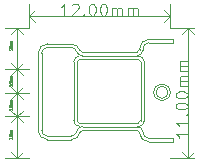
<source format=gbr>
G04 #@! TF.GenerationSoftware,KiCad,Pcbnew,5.1.4+dfsg1-1~bpo10+1*
G04 #@! TF.CreationDate,2019-12-19T14:53:47+01:00*
G04 #@! TF.ProjectId,qomu-board,716f6d75-2d62-46f6-9172-642e6b696361,rev?*
G04 #@! TF.SameCoordinates,Original*
G04 #@! TF.FileFunction,Other,Comment*
%FSLAX46Y46*%
G04 Gerber Fmt 4.6, Leading zero omitted, Abs format (unit mm)*
G04 Created by KiCad (PCBNEW 5.1.4+dfsg1-1~bpo10+1) date 2019-12-19 14:53:47*
%MOMM*%
%LPD*%
G04 APERTURE LIST*
%ADD10C,0.100000*%
%ADD11C,0.050000*%
%ADD12C,0.035000*%
%ADD13C,0.037500*%
G04 APERTURE END LIST*
D10*
X21223837Y-25165000D02*
G75*
G02X21419796Y-25005000I195959J-40000D01*
G01*
X20440000Y-17705000D02*
X18440000Y-17705000D01*
X20440000Y-18005000D02*
G75*
G02X20916970Y-18355000I0J-500000D01*
G01*
X27040000Y-25705000D02*
G75*
G02X26540000Y-25205000I0J500000D01*
G01*
X17640000Y-18505000D02*
X17640000Y-25005000D01*
X26540000Y-18105000D02*
X26540000Y-18205000D01*
X17940000Y-18505000D02*
X17940000Y-25005000D01*
X26240000Y-18205000D02*
G75*
G02X26040000Y-18405000I-200000J0D01*
G01*
X20665045Y-24205000D02*
X20665045Y-19205000D01*
X21140000Y-24679955D02*
G75*
G02X20665045Y-24205000I0J474955D01*
G01*
X27150000Y-17605000D02*
X27040000Y-17605000D01*
X26240000Y-18105000D02*
G75*
G02X27040000Y-17305000I800000J0D01*
G01*
X20929898Y-25105000D02*
G75*
G02X20440000Y-25505000I-489898J100000D01*
G01*
X26240000Y-18105000D02*
G75*
G02X27040000Y-17305000I800000J0D01*
G01*
X21223837Y-25165000D02*
G75*
G02X20440000Y-25805000I-783837J160000D01*
G01*
X21223837Y-25165000D02*
G75*
G02X21419796Y-25005000I195959J-40000D01*
G01*
X27050000Y-25705000D02*
X29040000Y-25705000D01*
X26540000Y-18105000D02*
G75*
G02X27040000Y-17605000I500000J0D01*
G01*
X17640000Y-18505000D02*
G75*
G02X18440000Y-17705000I800000J0D01*
G01*
X20940000Y-19205000D02*
G75*
G02X21140000Y-19005000I200000J0D01*
G01*
X26140000Y-19005000D02*
X21140000Y-19005000D01*
X18440000Y-25805000D02*
G75*
G02X17640000Y-25005000I0J800000D01*
G01*
X27030000Y-26005000D02*
X29040000Y-26005000D01*
X28840000Y-21805000D02*
G75*
G03X28840000Y-21805000I-700000J0D01*
G01*
X26040000Y-18405000D02*
X21393939Y-18405000D01*
X27040000Y-26005000D02*
G75*
G02X26240000Y-25205000I0J800000D01*
G01*
X20440000Y-18005000D02*
X18440000Y-18005000D01*
X20665045Y-19205000D02*
G75*
G02X21140000Y-18730045I474955J0D01*
G01*
X21419796Y-25005000D02*
X26040000Y-25005000D01*
X26340000Y-24205000D02*
G75*
G02X26140000Y-24405000I-200000J0D01*
G01*
X21140000Y-24405000D02*
X26140000Y-24405000D01*
X17640000Y-18505000D02*
G75*
G02X18440000Y-17705000I800000J0D01*
G01*
X26540000Y-18205000D02*
G75*
G02X26040000Y-18705000I-500000J0D01*
G01*
X26040000Y-24705000D02*
G75*
G02X26540000Y-25205000I0J-500000D01*
G01*
X18440000Y-25805000D02*
G75*
G02X17640000Y-25005000I0J800000D01*
G01*
X26040000Y-25005000D02*
G75*
G02X26240000Y-25205000I0J-200000D01*
G01*
X18440000Y-25805000D02*
X20440000Y-25805000D01*
X18440000Y-25805000D02*
X20440000Y-25805000D01*
X26240000Y-18205000D02*
G75*
G02X26040000Y-18405000I-200000J0D01*
G01*
X18440000Y-25505000D02*
G75*
G02X17940000Y-25005000I0J500000D01*
G01*
X21393939Y-18405000D02*
G75*
G02X21203151Y-18265000I0J200000D01*
G01*
X21140000Y-24405000D02*
G75*
G02X20940000Y-24205000I0J200000D01*
G01*
X20940000Y-19205000D02*
X20940000Y-24205000D01*
X20440000Y-17705000D02*
G75*
G02X21203151Y-18265000I0J-800000D01*
G01*
X28640000Y-21805000D02*
G75*
G03X28640000Y-21805000I-500000J0D01*
G01*
X26640000Y-19205000D02*
X26640000Y-24205000D01*
X26040000Y-24705000D02*
X26140000Y-24705000D01*
X26640000Y-24205000D02*
G75*
G02X26140000Y-24705000I-500000J0D01*
G01*
X21393939Y-18405000D02*
G75*
G02X21203151Y-18265000I0J200000D01*
G01*
X26240000Y-18105000D02*
X26240000Y-18205000D01*
X26040000Y-18705000D02*
X26140000Y-18705000D01*
X26140000Y-18705000D02*
G75*
G02X26640000Y-19205000I0J-500000D01*
G01*
X29040000Y-26005000D02*
X29040000Y-25705000D01*
X29040000Y-17605000D02*
X29040000Y-17305000D01*
X27150000Y-17305000D02*
X27040000Y-17305000D01*
X26040000Y-18705000D02*
X21393939Y-18705000D01*
X21419796Y-24705000D02*
X26040000Y-24705000D01*
X18440000Y-25505000D02*
X20440000Y-25505000D01*
X20929898Y-25105000D02*
G75*
G02X21419796Y-24705000I489898J-100000D01*
G01*
X27150000Y-17305000D02*
X27040000Y-17305000D01*
X26715000Y-25936010D02*
G75*
G02X26240000Y-25205000I325000J731010D01*
G01*
X26040000Y-18405000D02*
X21393939Y-18405000D01*
X17940000Y-18505000D02*
G75*
G02X18440000Y-18005000I500000J0D01*
G01*
X29040000Y-17305000D02*
X27130000Y-17305000D01*
X21223837Y-25165000D02*
G75*
G02X20440000Y-25805000I-783837J160000D01*
G01*
X26240000Y-18105000D02*
X26240000Y-18205000D01*
X26140000Y-19005000D02*
G75*
G02X26340000Y-19205000I0J-200000D01*
G01*
X26340000Y-24205000D02*
X26340000Y-19205000D01*
X20440000Y-17705000D02*
X18440000Y-17705000D01*
X17640000Y-18505000D02*
X17640000Y-25005000D01*
X29040000Y-17605000D02*
X27090000Y-17605000D01*
X26040000Y-25005000D02*
G75*
G02X26240000Y-25205000I0J-200000D01*
G01*
X21419796Y-25005000D02*
X26040000Y-25005000D01*
X21393939Y-18704999D02*
G75*
G02X20916970Y-18355000I0J499999D01*
G01*
X20440000Y-17705000D02*
G75*
G02X21203151Y-18265000I0J-800000D01*
G01*
D11*
X16850000Y-16350000D02*
X16850000Y-14350000D01*
X16850000Y-15350000D02*
X17350000Y-15850000D01*
X16850000Y-15350000D02*
X17350000Y-14850000D01*
X28850000Y-15350000D02*
X16850000Y-15350000D01*
X28350000Y-15850000D02*
X28850000Y-15350000D01*
X28850000Y-15350000D02*
X28350000Y-15850000D01*
X28350000Y-14850000D02*
X28850000Y-15350000D01*
X28850000Y-15350000D02*
X28350000Y-14850000D01*
X28850000Y-16350000D02*
X28850000Y-14350000D01*
X30350000Y-27350000D02*
X30350000Y-16350000D01*
X28850000Y-16350000D02*
X30850000Y-16350000D01*
X30350000Y-16350000D02*
X29850000Y-16850000D01*
X30350000Y-16350000D02*
X30850000Y-16850000D01*
X28850000Y-27350000D02*
X30850000Y-27350000D01*
X30350000Y-27350000D02*
X30850000Y-26850000D01*
X29850000Y-26850000D02*
X30350000Y-27350000D01*
X30350000Y-27350000D02*
X29850000Y-26850000D01*
X30850000Y-26850000D02*
X30350000Y-27350000D01*
X15850000Y-19850000D02*
X16350000Y-19350000D01*
X15850000Y-16350000D02*
X15850000Y-19850000D01*
X15850000Y-16350000D02*
X16350000Y-16850000D01*
X15350000Y-16850000D02*
X15850000Y-16350000D01*
X16350000Y-16850000D02*
X15850000Y-16350000D01*
X15850000Y-16350000D02*
X15350000Y-16850000D01*
X15850000Y-19850000D02*
X15350000Y-19350000D01*
X16850000Y-16350000D02*
X14850000Y-16350000D01*
X16850000Y-19850000D02*
X14850000Y-19850000D01*
X15850000Y-27350000D02*
X16350000Y-26850000D01*
X15850000Y-23850000D02*
X15850000Y-27350000D01*
X15850000Y-27350000D02*
X15350000Y-26850000D01*
X15850000Y-23850000D02*
X15350000Y-24350000D01*
X15350000Y-24350000D02*
X15850000Y-23850000D01*
X15850000Y-23850000D02*
X16350000Y-24350000D01*
X16350000Y-24350000D02*
X15850000Y-23850000D01*
X16850000Y-23850000D02*
X14850000Y-23850000D01*
X16850000Y-27350000D02*
X14850000Y-27350000D01*
X16350000Y-22350000D02*
X15850000Y-21850000D01*
X15850000Y-21850000D02*
X15350000Y-22350000D01*
X15350000Y-22350000D02*
X15850000Y-21850000D01*
X15850000Y-21850000D02*
X16350000Y-22350000D01*
X16850000Y-21850000D02*
X14850000Y-21850000D01*
X15850000Y-21850000D02*
X15850000Y-23850000D01*
X15850000Y-23850000D02*
X15350000Y-23350000D01*
X15850000Y-23850000D02*
X16350000Y-23350000D01*
X16350000Y-20350000D02*
X15850000Y-19850000D01*
X15850000Y-19850000D02*
X15350000Y-20350000D01*
X15850000Y-19850000D02*
X16350000Y-20350000D01*
X15350000Y-20350000D02*
X15850000Y-19850000D01*
X15850000Y-19850000D02*
X15850000Y-21850000D01*
X15850000Y-21850000D02*
X15350000Y-21350000D01*
X15850000Y-21850000D02*
X16350000Y-21350000D01*
X20135714Y-15302380D02*
X19564285Y-15302380D01*
X19850000Y-15302380D02*
X19850000Y-14302380D01*
X19754761Y-14445238D01*
X19659523Y-14540476D01*
X19564285Y-14588095D01*
X20516666Y-14397619D02*
X20564285Y-14350000D01*
X20659523Y-14302380D01*
X20897619Y-14302380D01*
X20992857Y-14350000D01*
X21040476Y-14397619D01*
X21088095Y-14492857D01*
X21088095Y-14588095D01*
X21040476Y-14730952D01*
X20469047Y-15302380D01*
X21088095Y-15302380D01*
X21516666Y-15207142D02*
X21564285Y-15254761D01*
X21516666Y-15302380D01*
X21469047Y-15254761D01*
X21516666Y-15207142D01*
X21516666Y-15302380D01*
X22183333Y-14302380D02*
X22278571Y-14302380D01*
X22373809Y-14350000D01*
X22421428Y-14397619D01*
X22469047Y-14492857D01*
X22516666Y-14683333D01*
X22516666Y-14921428D01*
X22469047Y-15111904D01*
X22421428Y-15207142D01*
X22373809Y-15254761D01*
X22278571Y-15302380D01*
X22183333Y-15302380D01*
X22088095Y-15254761D01*
X22040476Y-15207142D01*
X21992857Y-15111904D01*
X21945238Y-14921428D01*
X21945238Y-14683333D01*
X21992857Y-14492857D01*
X22040476Y-14397619D01*
X22088095Y-14350000D01*
X22183333Y-14302380D01*
X23135714Y-14302380D02*
X23230952Y-14302380D01*
X23326190Y-14350000D01*
X23373809Y-14397619D01*
X23421428Y-14492857D01*
X23469047Y-14683333D01*
X23469047Y-14921428D01*
X23421428Y-15111904D01*
X23373809Y-15207142D01*
X23326190Y-15254761D01*
X23230952Y-15302380D01*
X23135714Y-15302380D01*
X23040476Y-15254761D01*
X22992857Y-15207142D01*
X22945238Y-15111904D01*
X22897619Y-14921428D01*
X22897619Y-14683333D01*
X22945238Y-14492857D01*
X22992857Y-14397619D01*
X23040476Y-14350000D01*
X23135714Y-14302380D01*
X23897619Y-15302380D02*
X23897619Y-14635714D01*
X23897619Y-14730952D02*
X23945238Y-14683333D01*
X24040476Y-14635714D01*
X24183333Y-14635714D01*
X24278571Y-14683333D01*
X24326190Y-14778571D01*
X24326190Y-15302380D01*
X24326190Y-14778571D02*
X24373809Y-14683333D01*
X24469047Y-14635714D01*
X24611904Y-14635714D01*
X24707142Y-14683333D01*
X24754761Y-14778571D01*
X24754761Y-15302380D01*
X25230952Y-15302380D02*
X25230952Y-14635714D01*
X25230952Y-14730952D02*
X25278571Y-14683333D01*
X25373809Y-14635714D01*
X25516666Y-14635714D01*
X25611904Y-14683333D01*
X25659523Y-14778571D01*
X25659523Y-15302380D01*
X25659523Y-14778571D02*
X25707142Y-14683333D01*
X25802380Y-14635714D01*
X25945238Y-14635714D01*
X26040476Y-14683333D01*
X26088095Y-14778571D01*
X26088095Y-15302380D01*
X30302380Y-25064285D02*
X30302380Y-25635714D01*
X30302380Y-25350000D02*
X29302380Y-25350000D01*
X29445238Y-25445238D01*
X29540476Y-25540476D01*
X29588095Y-25635714D01*
X30302380Y-24111904D02*
X30302380Y-24683333D01*
X30302380Y-24397619D02*
X29302380Y-24397619D01*
X29445238Y-24492857D01*
X29540476Y-24588095D01*
X29588095Y-24683333D01*
X30207142Y-23683333D02*
X30254761Y-23635714D01*
X30302380Y-23683333D01*
X30254761Y-23730952D01*
X30207142Y-23683333D01*
X30302380Y-23683333D01*
X29302380Y-23016666D02*
X29302380Y-22921428D01*
X29350000Y-22826190D01*
X29397619Y-22778571D01*
X29492857Y-22730952D01*
X29683333Y-22683333D01*
X29921428Y-22683333D01*
X30111904Y-22730952D01*
X30207142Y-22778571D01*
X30254761Y-22826190D01*
X30302380Y-22921428D01*
X30302380Y-23016666D01*
X30254761Y-23111904D01*
X30207142Y-23159523D01*
X30111904Y-23207142D01*
X29921428Y-23254761D01*
X29683333Y-23254761D01*
X29492857Y-23207142D01*
X29397619Y-23159523D01*
X29350000Y-23111904D01*
X29302380Y-23016666D01*
X29302380Y-22064285D02*
X29302380Y-21969047D01*
X29350000Y-21873809D01*
X29397619Y-21826190D01*
X29492857Y-21778571D01*
X29683333Y-21730952D01*
X29921428Y-21730952D01*
X30111904Y-21778571D01*
X30207142Y-21826190D01*
X30254761Y-21873809D01*
X30302380Y-21969047D01*
X30302380Y-22064285D01*
X30254761Y-22159523D01*
X30207142Y-22207142D01*
X30111904Y-22254761D01*
X29921428Y-22302380D01*
X29683333Y-22302380D01*
X29492857Y-22254761D01*
X29397619Y-22207142D01*
X29350000Y-22159523D01*
X29302380Y-22064285D01*
X30302380Y-21302380D02*
X29635714Y-21302380D01*
X29730952Y-21302380D02*
X29683333Y-21254761D01*
X29635714Y-21159523D01*
X29635714Y-21016666D01*
X29683333Y-20921428D01*
X29778571Y-20873809D01*
X30302380Y-20873809D01*
X29778571Y-20873809D02*
X29683333Y-20826190D01*
X29635714Y-20730952D01*
X29635714Y-20588095D01*
X29683333Y-20492857D01*
X29778571Y-20445238D01*
X30302380Y-20445238D01*
X30302380Y-19969047D02*
X29635714Y-19969047D01*
X29730952Y-19969047D02*
X29683333Y-19921428D01*
X29635714Y-19826190D01*
X29635714Y-19683333D01*
X29683333Y-19588095D01*
X29778571Y-19540476D01*
X30302380Y-19540476D01*
X29778571Y-19540476D02*
X29683333Y-19492857D01*
X29635714Y-19397619D01*
X29635714Y-19254761D01*
X29683333Y-19159523D01*
X29778571Y-19111904D01*
X30302380Y-19111904D01*
D12*
X15213095Y-25750000D02*
X15213095Y-25663333D01*
X15308333Y-25710000D01*
X15308333Y-25690000D01*
X15320238Y-25676666D01*
X15332142Y-25670000D01*
X15355952Y-25663333D01*
X15415476Y-25663333D01*
X15439285Y-25670000D01*
X15451190Y-25676666D01*
X15463095Y-25690000D01*
X15463095Y-25730000D01*
X15451190Y-25743333D01*
X15439285Y-25750000D01*
X15439285Y-25603333D02*
X15451190Y-25596666D01*
X15463095Y-25603333D01*
X15451190Y-25610000D01*
X15439285Y-25603333D01*
X15463095Y-25603333D01*
X15213095Y-25470000D02*
X15213095Y-25536666D01*
X15332142Y-25543333D01*
X15320238Y-25536666D01*
X15308333Y-25523333D01*
X15308333Y-25490000D01*
X15320238Y-25476666D01*
X15332142Y-25470000D01*
X15355952Y-25463333D01*
X15415476Y-25463333D01*
X15439285Y-25470000D01*
X15451190Y-25476666D01*
X15463095Y-25490000D01*
X15463095Y-25523333D01*
X15451190Y-25536666D01*
X15439285Y-25543333D01*
X15213095Y-25376666D02*
X15213095Y-25363333D01*
X15225000Y-25350000D01*
X15236904Y-25343333D01*
X15260714Y-25336666D01*
X15308333Y-25330000D01*
X15367857Y-25330000D01*
X15415476Y-25336666D01*
X15439285Y-25343333D01*
X15451190Y-25350000D01*
X15463095Y-25363333D01*
X15463095Y-25376666D01*
X15451190Y-25390000D01*
X15439285Y-25396666D01*
X15415476Y-25403333D01*
X15367857Y-25410000D01*
X15308333Y-25410000D01*
X15260714Y-25403333D01*
X15236904Y-25396666D01*
X15225000Y-25390000D01*
X15213095Y-25376666D01*
X15463095Y-25270000D02*
X15296428Y-25270000D01*
X15320238Y-25270000D02*
X15308333Y-25263333D01*
X15296428Y-25250000D01*
X15296428Y-25230000D01*
X15308333Y-25216666D01*
X15332142Y-25210000D01*
X15463095Y-25210000D01*
X15332142Y-25210000D02*
X15308333Y-25203333D01*
X15296428Y-25190000D01*
X15296428Y-25170000D01*
X15308333Y-25156666D01*
X15332142Y-25150000D01*
X15463095Y-25150000D01*
X15463095Y-25083333D02*
X15296428Y-25083333D01*
X15320238Y-25083333D02*
X15308333Y-25076666D01*
X15296428Y-25063333D01*
X15296428Y-25043333D01*
X15308333Y-25030000D01*
X15332142Y-25023333D01*
X15463095Y-25023333D01*
X15332142Y-25023333D02*
X15308333Y-25016666D01*
X15296428Y-25003333D01*
X15296428Y-24983333D01*
X15308333Y-24970000D01*
X15332142Y-24963333D01*
X15463095Y-24963333D01*
D13*
X15236904Y-23271428D02*
X15225000Y-23264285D01*
X15213095Y-23250000D01*
X15213095Y-23214285D01*
X15225000Y-23200000D01*
X15236904Y-23192857D01*
X15260714Y-23185714D01*
X15284523Y-23185714D01*
X15320238Y-23192857D01*
X15463095Y-23278571D01*
X15463095Y-23185714D01*
X15439285Y-23121428D02*
X15451190Y-23114285D01*
X15463095Y-23121428D01*
X15451190Y-23128571D01*
X15439285Y-23121428D01*
X15463095Y-23121428D01*
X15213095Y-23021428D02*
X15213095Y-23007142D01*
X15225000Y-22992857D01*
X15236904Y-22985714D01*
X15260714Y-22978571D01*
X15308333Y-22971428D01*
X15367857Y-22971428D01*
X15415476Y-22978571D01*
X15439285Y-22985714D01*
X15451190Y-22992857D01*
X15463095Y-23007142D01*
X15463095Y-23021428D01*
X15451190Y-23035714D01*
X15439285Y-23042857D01*
X15415476Y-23050000D01*
X15367857Y-23057142D01*
X15308333Y-23057142D01*
X15260714Y-23050000D01*
X15236904Y-23042857D01*
X15225000Y-23035714D01*
X15213095Y-23021428D01*
X15213095Y-22878571D02*
X15213095Y-22864285D01*
X15225000Y-22850000D01*
X15236904Y-22842857D01*
X15260714Y-22835714D01*
X15308333Y-22828571D01*
X15367857Y-22828571D01*
X15415476Y-22835714D01*
X15439285Y-22842857D01*
X15451190Y-22850000D01*
X15463095Y-22864285D01*
X15463095Y-22878571D01*
X15451190Y-22892857D01*
X15439285Y-22900000D01*
X15415476Y-22907142D01*
X15367857Y-22914285D01*
X15308333Y-22914285D01*
X15260714Y-22907142D01*
X15236904Y-22900000D01*
X15225000Y-22892857D01*
X15213095Y-22878571D01*
X15463095Y-22764285D02*
X15296428Y-22764285D01*
X15320238Y-22764285D02*
X15308333Y-22757142D01*
X15296428Y-22742857D01*
X15296428Y-22721428D01*
X15308333Y-22707142D01*
X15332142Y-22700000D01*
X15463095Y-22700000D01*
X15332142Y-22700000D02*
X15308333Y-22692857D01*
X15296428Y-22678571D01*
X15296428Y-22657142D01*
X15308333Y-22642857D01*
X15332142Y-22635714D01*
X15463095Y-22635714D01*
X15463095Y-22564285D02*
X15296428Y-22564285D01*
X15320238Y-22564285D02*
X15308333Y-22557142D01*
X15296428Y-22542857D01*
X15296428Y-22521428D01*
X15308333Y-22507142D01*
X15332142Y-22500000D01*
X15463095Y-22500000D01*
X15332142Y-22500000D02*
X15308333Y-22492857D01*
X15296428Y-22478571D01*
X15296428Y-22457142D01*
X15308333Y-22442857D01*
X15332142Y-22435714D01*
X15463095Y-22435714D01*
X15236904Y-21271428D02*
X15225000Y-21264285D01*
X15213095Y-21250000D01*
X15213095Y-21214285D01*
X15225000Y-21200000D01*
X15236904Y-21192857D01*
X15260714Y-21185714D01*
X15284523Y-21185714D01*
X15320238Y-21192857D01*
X15463095Y-21278571D01*
X15463095Y-21185714D01*
X15439285Y-21121428D02*
X15451190Y-21114285D01*
X15463095Y-21121428D01*
X15451190Y-21128571D01*
X15439285Y-21121428D01*
X15463095Y-21121428D01*
X15213095Y-21021428D02*
X15213095Y-21007142D01*
X15225000Y-20992857D01*
X15236904Y-20985714D01*
X15260714Y-20978571D01*
X15308333Y-20971428D01*
X15367857Y-20971428D01*
X15415476Y-20978571D01*
X15439285Y-20985714D01*
X15451190Y-20992857D01*
X15463095Y-21007142D01*
X15463095Y-21021428D01*
X15451190Y-21035714D01*
X15439285Y-21042857D01*
X15415476Y-21050000D01*
X15367857Y-21057142D01*
X15308333Y-21057142D01*
X15260714Y-21050000D01*
X15236904Y-21042857D01*
X15225000Y-21035714D01*
X15213095Y-21021428D01*
X15213095Y-20878571D02*
X15213095Y-20864285D01*
X15225000Y-20850000D01*
X15236904Y-20842857D01*
X15260714Y-20835714D01*
X15308333Y-20828571D01*
X15367857Y-20828571D01*
X15415476Y-20835714D01*
X15439285Y-20842857D01*
X15451190Y-20850000D01*
X15463095Y-20864285D01*
X15463095Y-20878571D01*
X15451190Y-20892857D01*
X15439285Y-20900000D01*
X15415476Y-20907142D01*
X15367857Y-20914285D01*
X15308333Y-20914285D01*
X15260714Y-20907142D01*
X15236904Y-20900000D01*
X15225000Y-20892857D01*
X15213095Y-20878571D01*
X15463095Y-20764285D02*
X15296428Y-20764285D01*
X15320238Y-20764285D02*
X15308333Y-20757142D01*
X15296428Y-20742857D01*
X15296428Y-20721428D01*
X15308333Y-20707142D01*
X15332142Y-20700000D01*
X15463095Y-20700000D01*
X15332142Y-20700000D02*
X15308333Y-20692857D01*
X15296428Y-20678571D01*
X15296428Y-20657142D01*
X15308333Y-20642857D01*
X15332142Y-20635714D01*
X15463095Y-20635714D01*
X15463095Y-20564285D02*
X15296428Y-20564285D01*
X15320238Y-20564285D02*
X15308333Y-20557142D01*
X15296428Y-20542857D01*
X15296428Y-20521428D01*
X15308333Y-20507142D01*
X15332142Y-20500000D01*
X15463095Y-20500000D01*
X15332142Y-20500000D02*
X15308333Y-20492857D01*
X15296428Y-20478571D01*
X15296428Y-20457142D01*
X15308333Y-20442857D01*
X15332142Y-20435714D01*
X15463095Y-20435714D01*
D12*
X15213095Y-18250000D02*
X15213095Y-18163333D01*
X15308333Y-18210000D01*
X15308333Y-18190000D01*
X15320238Y-18176666D01*
X15332142Y-18170000D01*
X15355952Y-18163333D01*
X15415476Y-18163333D01*
X15439285Y-18170000D01*
X15451190Y-18176666D01*
X15463095Y-18190000D01*
X15463095Y-18230000D01*
X15451190Y-18243333D01*
X15439285Y-18250000D01*
X15439285Y-18103333D02*
X15451190Y-18096666D01*
X15463095Y-18103333D01*
X15451190Y-18110000D01*
X15439285Y-18103333D01*
X15463095Y-18103333D01*
X15213095Y-17970000D02*
X15213095Y-18036666D01*
X15332142Y-18043333D01*
X15320238Y-18036666D01*
X15308333Y-18023333D01*
X15308333Y-17990000D01*
X15320238Y-17976666D01*
X15332142Y-17970000D01*
X15355952Y-17963333D01*
X15415476Y-17963333D01*
X15439285Y-17970000D01*
X15451190Y-17976666D01*
X15463095Y-17990000D01*
X15463095Y-18023333D01*
X15451190Y-18036666D01*
X15439285Y-18043333D01*
X15213095Y-17876666D02*
X15213095Y-17863333D01*
X15225000Y-17850000D01*
X15236904Y-17843333D01*
X15260714Y-17836666D01*
X15308333Y-17830000D01*
X15367857Y-17830000D01*
X15415476Y-17836666D01*
X15439285Y-17843333D01*
X15451190Y-17850000D01*
X15463095Y-17863333D01*
X15463095Y-17876666D01*
X15451190Y-17890000D01*
X15439285Y-17896666D01*
X15415476Y-17903333D01*
X15367857Y-17910000D01*
X15308333Y-17910000D01*
X15260714Y-17903333D01*
X15236904Y-17896666D01*
X15225000Y-17890000D01*
X15213095Y-17876666D01*
X15463095Y-17770000D02*
X15296428Y-17770000D01*
X15320238Y-17770000D02*
X15308333Y-17763333D01*
X15296428Y-17750000D01*
X15296428Y-17730000D01*
X15308333Y-17716666D01*
X15332142Y-17710000D01*
X15463095Y-17710000D01*
X15332142Y-17710000D02*
X15308333Y-17703333D01*
X15296428Y-17690000D01*
X15296428Y-17670000D01*
X15308333Y-17656666D01*
X15332142Y-17650000D01*
X15463095Y-17650000D01*
X15463095Y-17583333D02*
X15296428Y-17583333D01*
X15320238Y-17583333D02*
X15308333Y-17576666D01*
X15296428Y-17563333D01*
X15296428Y-17543333D01*
X15308333Y-17530000D01*
X15332142Y-17523333D01*
X15463095Y-17523333D01*
X15332142Y-17523333D02*
X15308333Y-17516666D01*
X15296428Y-17503333D01*
X15296428Y-17483333D01*
X15308333Y-17470000D01*
X15332142Y-17463333D01*
X15463095Y-17463333D01*
M02*

</source>
